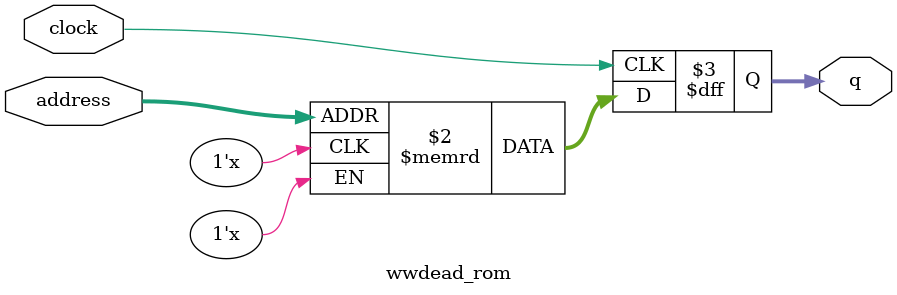
<source format=sv>
module wwdead_rom (
	input logic clock,
	input logic [11:0] address,
	output logic [3:0] q
);

logic [3:0] memory [0:4095] /* synthesis ram_init_file = "./wwdead/wwdead.mif" */;

always_ff @ (posedge clock) begin
	q <= memory[address];
end

endmodule

</source>
